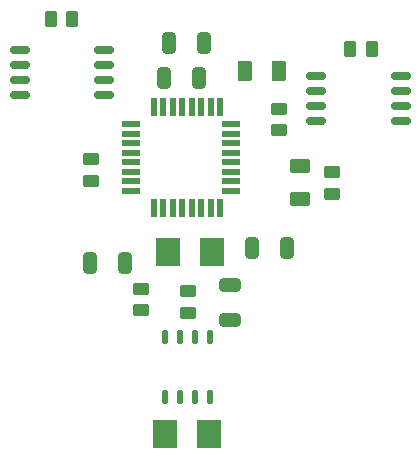
<source format=gbr>
%TF.GenerationSoftware,KiCad,Pcbnew,9.0.1*%
%TF.CreationDate,2025-11-22T15:13:14+03:00*%
%TF.ProjectId,MCU Datalogger wirh 512KB EEPROM,4d435520-4461-4746-916c-6f6767657220,1*%
%TF.SameCoordinates,Original*%
%TF.FileFunction,Paste,Top*%
%TF.FilePolarity,Positive*%
%FSLAX46Y46*%
G04 Gerber Fmt 4.6, Leading zero omitted, Abs format (unit mm)*
G04 Created by KiCad (PCBNEW 9.0.1) date 2025-11-22 15:13:14*
%MOMM*%
%LPD*%
G01*
G04 APERTURE LIST*
G04 Aperture macros list*
%AMRoundRect*
0 Rectangle with rounded corners*
0 $1 Rounding radius*
0 $2 $3 $4 $5 $6 $7 $8 $9 X,Y pos of 4 corners*
0 Add a 4 corners polygon primitive as box body*
4,1,4,$2,$3,$4,$5,$6,$7,$8,$9,$2,$3,0*
0 Add four circle primitives for the rounded corners*
1,1,$1+$1,$2,$3*
1,1,$1+$1,$4,$5*
1,1,$1+$1,$6,$7*
1,1,$1+$1,$8,$9*
0 Add four rect primitives between the rounded corners*
20,1,$1+$1,$2,$3,$4,$5,0*
20,1,$1+$1,$4,$5,$6,$7,0*
20,1,$1+$1,$6,$7,$8,$9,0*
20,1,$1+$1,$8,$9,$2,$3,0*%
G04 Aperture macros list end*
%ADD10RoundRect,0.162500X-0.650000X-0.162500X0.650000X-0.162500X0.650000X0.162500X-0.650000X0.162500X0*%
%ADD11RoundRect,0.250000X-0.325000X-0.650000X0.325000X-0.650000X0.325000X0.650000X-0.325000X0.650000X0*%
%ADD12R,2.000000X2.400000*%
%ADD13RoundRect,0.250000X0.625000X-0.375000X0.625000X0.375000X-0.625000X0.375000X-0.625000X-0.375000X0*%
%ADD14RoundRect,0.250000X0.450000X-0.262500X0.450000X0.262500X-0.450000X0.262500X-0.450000X-0.262500X0*%
%ADD15RoundRect,0.250000X-0.650000X0.325000X-0.650000X-0.325000X0.650000X-0.325000X0.650000X0.325000X0*%
%ADD16RoundRect,0.250000X-0.262500X-0.450000X0.262500X-0.450000X0.262500X0.450000X-0.262500X0.450000X0*%
%ADD17RoundRect,0.078000X-0.182000X-0.492000X0.182000X-0.492000X0.182000X0.492000X-0.182000X0.492000X0*%
%ADD18RoundRect,0.250000X0.375000X0.625000X-0.375000X0.625000X-0.375000X-0.625000X0.375000X-0.625000X0*%
%ADD19R,0.550000X1.600000*%
%ADD20R,1.600000X0.550000*%
G04 APERTURE END LIST*
D10*
%TO.C,U2*%
X146843500Y-86257100D03*
X146843500Y-87527100D03*
X146843500Y-88797100D03*
X146843500Y-90067100D03*
X154018500Y-90067100D03*
X154018500Y-88797100D03*
X154018500Y-87527100D03*
X154018500Y-86257100D03*
%TD*%
D11*
%TO.C,C5*%
X134445000Y-83500000D03*
X137395000Y-83500000D03*
%TD*%
D12*
%TO.C,Y1*%
X138018500Y-101187100D03*
X134318500Y-101187100D03*
%TD*%
D13*
%TO.C,D2*%
X145493500Y-96737100D03*
X145493500Y-93937100D03*
%TD*%
D14*
%TO.C,R7*%
X143718500Y-90899600D03*
X143718500Y-89074600D03*
%TD*%
%TO.C,R4*%
X132043500Y-106137100D03*
X132043500Y-104312100D03*
%TD*%
D15*
%TO.C,C4*%
X139593500Y-104012100D03*
X139593500Y-106962100D03*
%TD*%
D14*
%TO.C,R6*%
X127843500Y-95174600D03*
X127843500Y-93349600D03*
%TD*%
D12*
%TO.C,Y2*%
X134093500Y-116587100D03*
X137793500Y-116587100D03*
%TD*%
D11*
%TO.C,C3*%
X141418500Y-100812100D03*
X144368500Y-100812100D03*
%TD*%
%TO.C,C2*%
X127745000Y-102140000D03*
X130695000Y-102140000D03*
%TD*%
D10*
%TO.C,U1*%
X121768500Y-84067100D03*
X121768500Y-85337100D03*
X121768500Y-86607100D03*
X121768500Y-87877100D03*
X128943500Y-87877100D03*
X128943500Y-86607100D03*
X128943500Y-85337100D03*
X128943500Y-84067100D03*
%TD*%
D14*
%TO.C,R5*%
X135991600Y-106347900D03*
X135991600Y-104522900D03*
%TD*%
%TO.C,R1*%
X148234400Y-96238700D03*
X148234400Y-94413700D03*
%TD*%
D16*
%TO.C,R3*%
X149743500Y-84012100D03*
X151568500Y-84012100D03*
%TD*%
D11*
%TO.C,C1*%
X134025000Y-86420000D03*
X136975000Y-86420000D03*
%TD*%
D17*
%TO.C,U3*%
X134083500Y-113449600D03*
X135353500Y-113449600D03*
X136623500Y-113449600D03*
X137893500Y-113449600D03*
X137893500Y-108409600D03*
X136623500Y-108409600D03*
X135353500Y-108409600D03*
X134083500Y-108409600D03*
%TD*%
D18*
%TO.C,D1*%
X143693500Y-85887100D03*
X140893500Y-85887100D03*
%TD*%
D16*
%TO.C,R2*%
X124406000Y-81437100D03*
X126231000Y-81437100D03*
%TD*%
D19*
%TO.C,IC1*%
X133143500Y-97437100D03*
X133943500Y-97437100D03*
X134743500Y-97437100D03*
X135543500Y-97437100D03*
X136343500Y-97437100D03*
X137143500Y-97437100D03*
X137943500Y-97437100D03*
X138743500Y-97437100D03*
D20*
X139668500Y-95987100D03*
X139668500Y-95187100D03*
X139668500Y-94387100D03*
X139668500Y-93587100D03*
X139668500Y-92787100D03*
X139668500Y-91987100D03*
X139668500Y-91187100D03*
X139668500Y-90387100D03*
D19*
X138743500Y-88937100D03*
X137943500Y-88937100D03*
X137143500Y-88937100D03*
X136343500Y-88937100D03*
X135543500Y-88937100D03*
X134743500Y-88937100D03*
X133943500Y-88937100D03*
X133143500Y-88937100D03*
D20*
X131168500Y-90387100D03*
X131168500Y-91187100D03*
X131168500Y-91987100D03*
X131168500Y-92787100D03*
X131168500Y-93587100D03*
X131168500Y-94387100D03*
X131168500Y-95187100D03*
X131168500Y-95987100D03*
%TD*%
M02*

</source>
